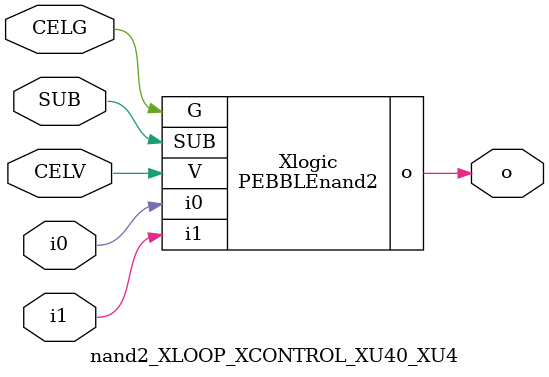
<source format=v>



module PEBBLEnand2 ( o, G, SUB, V, i0, i1 );

  input i0;
  input V;
  input i1;
  input G;
  output o;
  input SUB;
endmodule

//Celera Confidential Do Not Copy nand2_XLOOP_XCONTROL_XU40_XU4
//Celera Confidential Symbol Generator
//5V NAND2
module nand2_XLOOP_XCONTROL_XU40_XU4 (CELV,CELG,i0,i1,o,SUB);
input CELV;
input CELG;
input i0;
input i1;
input SUB;
output o;

//Celera Confidential Do Not Copy nand2
PEBBLEnand2 Xlogic(
.V (CELV),
.i0 (i0),
.i1 (i1),
.o (o),
.SUB (SUB),
.G (CELG)
);
//,diesize,PEBBLEnand2

//Celera Confidential Do Not Copy Module End
//Celera Schematic Generator
endmodule

</source>
